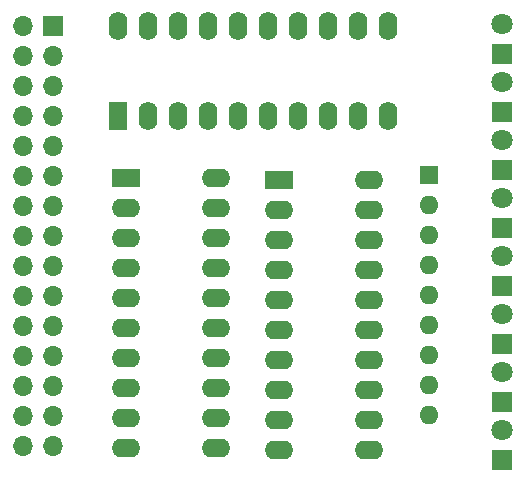
<source format=gbr>
%TF.GenerationSoftware,KiCad,Pcbnew,6.0.2+dfsg-1*%
%TF.CreationDate,2023-03-28T11:03:39-04:00*%
%TF.ProjectId,Register,52656769-7374-4657-922e-6b696361645f,rev?*%
%TF.SameCoordinates,Original*%
%TF.FileFunction,Soldermask,Bot*%
%TF.FilePolarity,Negative*%
%FSLAX46Y46*%
G04 Gerber Fmt 4.6, Leading zero omitted, Abs format (unit mm)*
G04 Created by KiCad (PCBNEW 6.0.2+dfsg-1) date 2023-03-28 11:03:39*
%MOMM*%
%LPD*%
G01*
G04 APERTURE LIST*
%ADD10R,1.800000X1.800000*%
%ADD11C,1.800000*%
%ADD12R,2.400000X1.600000*%
%ADD13O,2.400000X1.600000*%
%ADD14R,1.600000X2.400000*%
%ADD15O,1.600000X2.400000*%
%ADD16R,1.600000X1.600000*%
%ADD17O,1.600000X1.600000*%
%ADD18R,1.700000X1.700000*%
%ADD19O,1.700000X1.700000*%
G04 APERTURE END LIST*
D10*
%TO.C,D3*%
X83470000Y-68555000D03*
D11*
X83470000Y-66015000D03*
%TD*%
D12*
%TO.C,U3*%
X64600000Y-69435000D03*
D13*
X64600000Y-71975000D03*
X64600000Y-74515000D03*
X64600000Y-77055000D03*
X64600000Y-79595000D03*
X64600000Y-82135000D03*
X64600000Y-84675000D03*
X64600000Y-87215000D03*
X64600000Y-89755000D03*
X64600000Y-92295000D03*
X72220000Y-92295000D03*
X72220000Y-89755000D03*
X72220000Y-87215000D03*
X72220000Y-84675000D03*
X72220000Y-82135000D03*
X72220000Y-79595000D03*
X72220000Y-77055000D03*
X72220000Y-74515000D03*
X72220000Y-71975000D03*
X72220000Y-69435000D03*
%TD*%
D10*
%TO.C,D7*%
X83470000Y-88185000D03*
D11*
X83470000Y-85645000D03*
%TD*%
D12*
%TO.C,U2*%
X51660000Y-69215000D03*
D13*
X51660000Y-71755000D03*
X51660000Y-74295000D03*
X51660000Y-76835000D03*
X51660000Y-79375000D03*
X51660000Y-81915000D03*
X51660000Y-84455000D03*
X51660000Y-86995000D03*
X51660000Y-89535000D03*
X51660000Y-92075000D03*
X59280000Y-92075000D03*
X59280000Y-89535000D03*
X59280000Y-86995000D03*
X59280000Y-84455000D03*
X59280000Y-81915000D03*
X59280000Y-79375000D03*
X59280000Y-76835000D03*
X59280000Y-74295000D03*
X59280000Y-71755000D03*
X59280000Y-69215000D03*
%TD*%
D10*
%TO.C,D4*%
X83470000Y-73465000D03*
D11*
X83470000Y-70925000D03*
%TD*%
D10*
%TO.C,D1*%
X83470000Y-58730000D03*
D11*
X83470000Y-56190000D03*
%TD*%
D14*
%TO.C,U1*%
X50980000Y-63960000D03*
D15*
X53520000Y-63960000D03*
X56060000Y-63960000D03*
X58600000Y-63960000D03*
X61140000Y-63960000D03*
X63680000Y-63960000D03*
X66220000Y-63960000D03*
X68760000Y-63960000D03*
X71300000Y-63960000D03*
X73840000Y-63960000D03*
X73840000Y-56340000D03*
X71300000Y-56340000D03*
X68760000Y-56340000D03*
X66220000Y-56340000D03*
X63680000Y-56340000D03*
X61140000Y-56340000D03*
X58600000Y-56340000D03*
X56060000Y-56340000D03*
X53520000Y-56340000D03*
X50980000Y-56340000D03*
%TD*%
D10*
%TO.C,D8*%
X83470000Y-93095000D03*
D11*
X83470000Y-90555000D03*
%TD*%
D16*
%TO.C,RN1*%
X77270000Y-68990000D03*
D17*
X77270000Y-71530000D03*
X77270000Y-74070000D03*
X77270000Y-76610000D03*
X77270000Y-79150000D03*
X77270000Y-81690000D03*
X77270000Y-84230000D03*
X77270000Y-86770000D03*
X77270000Y-89310000D03*
%TD*%
D10*
%TO.C,D6*%
X83470000Y-83275000D03*
D11*
X83470000Y-80735000D03*
%TD*%
D10*
%TO.C,D5*%
X83470000Y-78375000D03*
D11*
X83470000Y-75835000D03*
%TD*%
D10*
%TO.C,D2*%
X83470000Y-63640000D03*
D11*
X83470000Y-61100000D03*
%TD*%
D18*
%TO.C,J1*%
X45430000Y-56345000D03*
D19*
X42890000Y-56345000D03*
X45430000Y-58885000D03*
X42890000Y-58885000D03*
X45430000Y-61425000D03*
X42890000Y-61425000D03*
X45430000Y-63965000D03*
X42890000Y-63965000D03*
X45430000Y-66505000D03*
X42890000Y-66505000D03*
X45430000Y-69045000D03*
X42890000Y-69045000D03*
X45430000Y-71585000D03*
X42890000Y-71585000D03*
X45430000Y-74125000D03*
X42890000Y-74125000D03*
X45430000Y-76665000D03*
X42890000Y-76665000D03*
X45430000Y-79205000D03*
X42890000Y-79205000D03*
X45430000Y-81745000D03*
X42890000Y-81745000D03*
X45430000Y-84285000D03*
X42890000Y-84285000D03*
X45430000Y-86825000D03*
X42890000Y-86825000D03*
X45430000Y-89365000D03*
X42890000Y-89365000D03*
X45430000Y-91905000D03*
X42890000Y-91905000D03*
%TD*%
M02*

</source>
